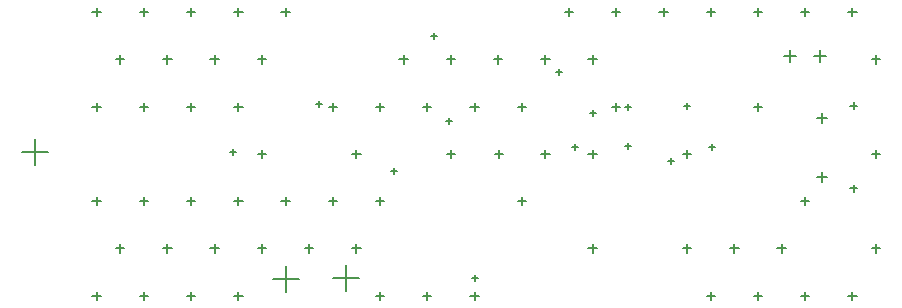
<source format=gbr>
G04*
G04 #@! TF.GenerationSoftware,Altium Limited,Altium Designer,24.6.1 (21)*
G04*
G04 Layer_Color=128*
%FSLAX25Y25*%
%MOIN*%
G70*
G04*
G04 #@! TF.SameCoordinates,070BA572-D09E-44C5-9521-77B36399D436*
G04*
G04*
G04 #@! TF.FilePolarity,Positive*
G04*
G01*
G75*
%ADD49C,0.00500*%
D49*
X649512Y405842D02*
X652858D01*
X651185Y404169D02*
Y407516D01*
X649512Y386157D02*
X652858D01*
X651185Y384484D02*
Y387831D01*
X660634Y409780D02*
X662996D01*
X661815Y408598D02*
Y410961D01*
X660634Y382221D02*
X662996D01*
X661815Y381039D02*
Y383402D01*
X638492Y426500D02*
X642508D01*
X640500Y424492D02*
Y428508D01*
X648492Y426500D02*
X652508D01*
X650500Y424492D02*
Y428508D01*
X568016Y396000D02*
X569984D01*
X569000Y395016D02*
Y396984D01*
X521016Y433000D02*
X522984D01*
X522000Y432016D02*
Y433984D01*
X644269Y377953D02*
X647069D01*
X645669Y376553D02*
Y379353D01*
X534516Y352500D02*
X536484D01*
X535500Y351516D02*
Y353484D01*
X542272Y393701D02*
X545072D01*
X543672Y392301D02*
Y395101D01*
X660017Y440945D02*
X662817D01*
X661417Y439545D02*
Y442345D01*
X667891Y425197D02*
X670691D01*
X669291Y423797D02*
Y426597D01*
X667891Y393701D02*
X670691D01*
X669291Y392301D02*
Y395101D01*
X667891Y362205D02*
X670691D01*
X669291Y360805D02*
Y363605D01*
X660017Y346457D02*
X662817D01*
X661417Y345057D02*
Y347857D01*
X644269Y440945D02*
X647069D01*
X645669Y439545D02*
Y442345D01*
X644269Y346457D02*
X647069D01*
X645669Y345057D02*
Y347857D01*
X628521Y440945D02*
X631321D01*
X629921Y439545D02*
Y442345D01*
X628521Y409449D02*
X631321D01*
X629921Y408049D02*
Y410849D01*
X636395Y362205D02*
X639195D01*
X637795Y360805D02*
Y363605D01*
X628521Y346457D02*
X631321D01*
X629921Y345057D02*
Y347857D01*
X612773Y440945D02*
X615573D01*
X614173Y439545D02*
Y442345D01*
X620647Y362205D02*
X623447D01*
X622047Y360805D02*
Y363605D01*
X612773Y346457D02*
X615573D01*
X614173Y345057D02*
Y347857D01*
X597025Y440945D02*
X599825D01*
X598425Y439545D02*
Y442345D01*
X604899Y393701D02*
X607699D01*
X606299Y392301D02*
Y395101D01*
X604899Y362205D02*
X607699D01*
X606299Y360805D02*
Y363605D01*
X581277Y440945D02*
X584077D01*
X582677Y439545D02*
Y442345D01*
X581277Y409449D02*
X584077D01*
X582677Y408049D02*
Y410849D01*
X565529Y440945D02*
X568329D01*
X566929Y439545D02*
Y442345D01*
X573403Y425197D02*
X576203D01*
X574803Y423797D02*
Y426597D01*
X573403Y393701D02*
X576203D01*
X574803Y392301D02*
Y395101D01*
X573403Y362205D02*
X576203D01*
X574803Y360805D02*
Y363605D01*
X557655Y425197D02*
X560455D01*
X559055Y423797D02*
Y426597D01*
X549781Y409449D02*
X552581D01*
X551181Y408049D02*
Y410849D01*
X557655Y393701D02*
X560455D01*
X559055Y392301D02*
Y395101D01*
X549781Y377953D02*
X552581D01*
X551181Y376553D02*
Y379353D01*
X541907Y425197D02*
X544707D01*
X543307Y423797D02*
Y426597D01*
X534033Y409449D02*
X536833D01*
X535433Y408049D02*
Y410849D01*
X534033Y346457D02*
X536833D01*
X535433Y345057D02*
Y347857D01*
X526159Y425197D02*
X528959D01*
X527559Y423797D02*
Y426597D01*
X518285Y409449D02*
X521085D01*
X519685Y408049D02*
Y410849D01*
X526159Y393701D02*
X528959D01*
X527559Y392301D02*
Y395101D01*
X518285Y346457D02*
X521085D01*
X519685Y345057D02*
Y347857D01*
X510411Y425197D02*
X513211D01*
X511811Y423797D02*
Y426597D01*
X502537Y409449D02*
X505337D01*
X503937Y408049D02*
Y410849D01*
X502537Y377953D02*
X505337D01*
X503937Y376553D02*
Y379353D01*
X502537Y346457D02*
X505337D01*
X503937Y345057D02*
Y347857D01*
X486789Y409449D02*
X489589D01*
X488189Y408049D02*
Y410849D01*
X494663Y393701D02*
X497463D01*
X496063Y392301D02*
Y395101D01*
X486789Y377953D02*
X489589D01*
X488189Y376553D02*
Y379353D01*
X494663Y362205D02*
X497463D01*
X496063Y360805D02*
Y363605D01*
X471041Y440945D02*
X473841D01*
X472441Y439545D02*
Y442345D01*
X471041Y377953D02*
X473841D01*
X472441Y376553D02*
Y379353D01*
X478915Y362205D02*
X481715D01*
X480315Y360805D02*
Y363605D01*
X455293Y440945D02*
X458093D01*
X456693Y439545D02*
Y442345D01*
X463167Y425197D02*
X465967D01*
X464567Y423797D02*
Y426597D01*
X455293Y409449D02*
X458093D01*
X456693Y408049D02*
Y410849D01*
X463167Y393701D02*
X465967D01*
X464567Y392301D02*
Y395101D01*
X455293Y377953D02*
X458093D01*
X456693Y376553D02*
Y379353D01*
X463167Y362205D02*
X465967D01*
X464567Y360805D02*
Y363605D01*
X455293Y346457D02*
X458093D01*
X456693Y345057D02*
Y347857D01*
X439545Y440945D02*
X442345D01*
X440945Y439545D02*
Y442345D01*
X447419Y425197D02*
X450219D01*
X448819Y423797D02*
Y426597D01*
X439545Y409449D02*
X442345D01*
X440945Y408049D02*
Y410849D01*
X439545Y377953D02*
X442345D01*
X440945Y376553D02*
Y379353D01*
X447419Y362205D02*
X450219D01*
X448819Y360805D02*
Y363605D01*
X439545Y346457D02*
X442345D01*
X440945Y345057D02*
Y347857D01*
X423797Y440945D02*
X426597D01*
X425197Y439545D02*
Y442345D01*
X431671Y425197D02*
X434471D01*
X433071Y423797D02*
Y426597D01*
X423797Y409449D02*
X426597D01*
X425197Y408049D02*
Y410849D01*
X423797Y377953D02*
X426597D01*
X425197Y376553D02*
Y379353D01*
X431671Y362205D02*
X434471D01*
X433071Y360805D02*
Y363605D01*
X423797Y346457D02*
X426597D01*
X425197Y345057D02*
Y347857D01*
X408049Y440945D02*
X410849D01*
X409449Y439545D02*
Y442345D01*
X415923Y425197D02*
X418723D01*
X417323Y423797D02*
Y426597D01*
X408049Y409449D02*
X410849D01*
X409449Y408049D02*
Y410849D01*
X408049Y377953D02*
X410849D01*
X409449Y376553D02*
Y379353D01*
X415923Y362205D02*
X418723D01*
X417323Y360805D02*
Y363605D01*
X408049Y346457D02*
X410849D01*
X409449Y345057D02*
Y347857D01*
X600003Y391500D02*
X601971D01*
X600987Y390516D02*
Y392484D01*
X605295Y409780D02*
X607264D01*
X606280Y408795D02*
Y410764D01*
X613516Y396000D02*
X615484D01*
X614500Y395016D02*
Y396984D01*
X507516Y388000D02*
X509484D01*
X508500Y387016D02*
Y388984D01*
X482516Y410500D02*
X484484D01*
X483500Y409516D02*
Y411484D01*
X453957Y394441D02*
X455925D01*
X454941Y393457D02*
Y395425D01*
X585516Y409500D02*
X587484D01*
X586500Y408516D02*
Y410484D01*
X585516Y396500D02*
X587484D01*
X586500Y395516D02*
Y397484D01*
X574016Y407500D02*
X575984D01*
X575000Y406516D02*
Y408484D01*
X562516Y421000D02*
X564484D01*
X563500Y420016D02*
Y421984D01*
X526075Y404559D02*
X528043D01*
X527059Y403575D02*
Y405543D01*
X468169Y352000D02*
X476831D01*
X472500Y347669D02*
Y356331D01*
X488169Y352500D02*
X496831D01*
X492500Y348169D02*
Y356831D01*
X384669Y394500D02*
X393331D01*
X389000Y390169D02*
Y398831D01*
M02*

</source>
